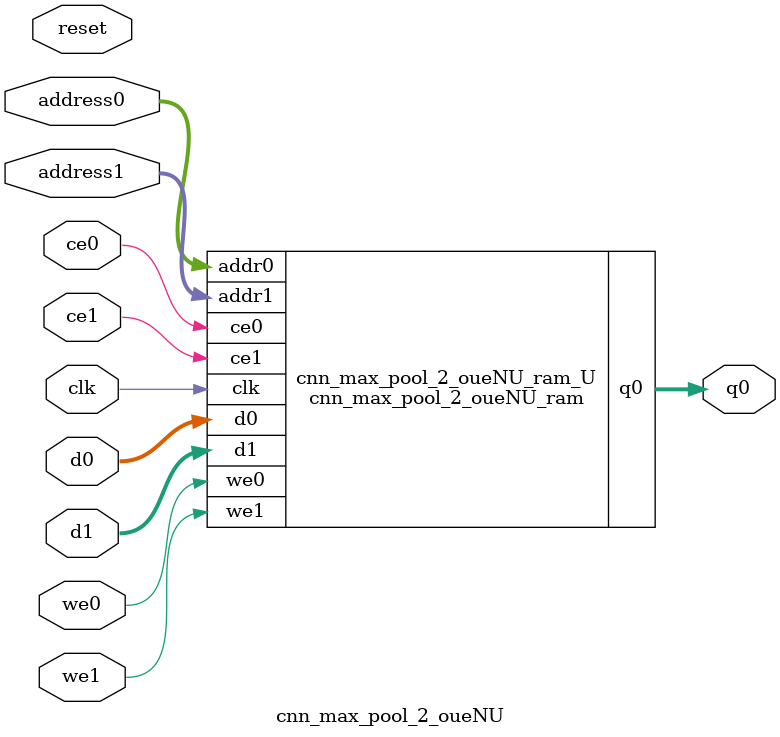
<source format=v>
`timescale 1 ns / 1 ps
module cnn_max_pool_2_oueNU_ram (addr0, ce0, d0, we0, q0, addr1, ce1, d1, we1,  clk);

parameter DWIDTH = 14;
parameter AWIDTH = 9;
parameter MEM_SIZE = 400;

input[AWIDTH-1:0] addr0;
input ce0;
input[DWIDTH-1:0] d0;
input we0;
output reg[DWIDTH-1:0] q0;
input[AWIDTH-1:0] addr1;
input ce1;
input[DWIDTH-1:0] d1;
input we1;
input clk;

(* ram_style = "block" *)reg [DWIDTH-1:0] ram[0:MEM_SIZE-1];




always @(posedge clk)  
begin 
    if (ce0) 
    begin
        if (we0) 
        begin 
            ram[addr0] <= d0; 
        end 
        q0 <= ram[addr0];
    end
end


always @(posedge clk)  
begin 
    if (ce1) 
    begin
        if (we1) 
        begin 
            ram[addr1] <= d1; 
        end 
    end
end


endmodule

`timescale 1 ns / 1 ps
module cnn_max_pool_2_oueNU(
    reset,
    clk,
    address0,
    ce0,
    we0,
    d0,
    q0,
    address1,
    ce1,
    we1,
    d1);

parameter DataWidth = 32'd14;
parameter AddressRange = 32'd400;
parameter AddressWidth = 32'd9;
input reset;
input clk;
input[AddressWidth - 1:0] address0;
input ce0;
input we0;
input[DataWidth - 1:0] d0;
output[DataWidth - 1:0] q0;
input[AddressWidth - 1:0] address1;
input ce1;
input we1;
input[DataWidth - 1:0] d1;



cnn_max_pool_2_oueNU_ram cnn_max_pool_2_oueNU_ram_U(
    .clk( clk ),
    .addr0( address0 ),
    .ce0( ce0 ),
    .we0( we0 ),
    .d0( d0 ),
    .q0( q0 ),
    .addr1( address1 ),
    .ce1( ce1 ),
    .we1( we1 ),
    .d1( d1 ));

endmodule


</source>
